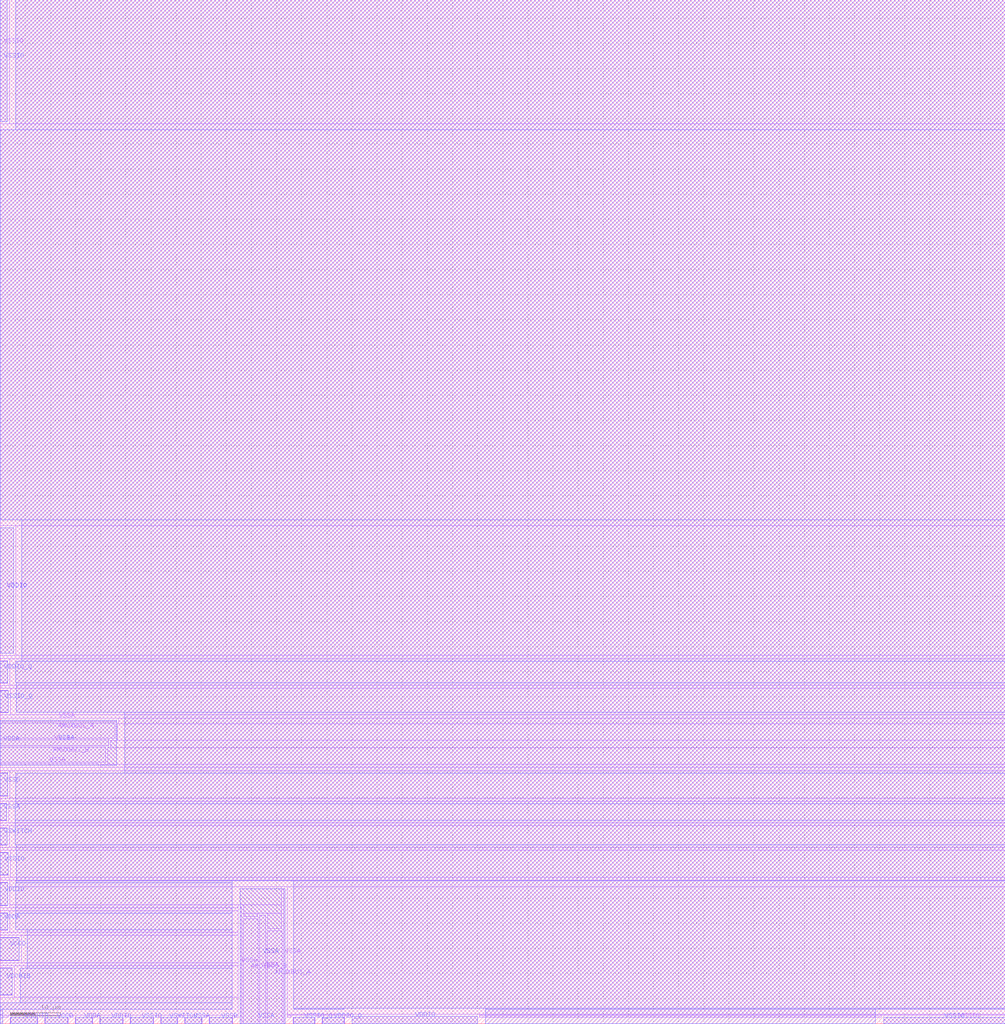
<source format=lef>
# Copyright 2020 The SkyWater PDK Authors
#
# Licensed under the Apache License, Version 2.0 (the "License");
# you may not use this file except in compliance with the License.
# You may obtain a copy of the License at
#
#     https://www.apache.org/licenses/LICENSE-2.0
#
# Unless required by applicable law or agreed to in writing, software
# distributed under the License is distributed on an "AS IS" BASIS,
# WITHOUT WARRANTIES OR CONDITIONS OF ANY KIND, either express or implied.
# See the License for the specific language governing permissions and
# limitations under the License.
#
# SPDX-License-Identifier: Apache-2.0

VERSION 5.7 ;
  NOWIREEXTENSIONATPIN ON ;
  DIVIDERCHAR "/" ;
  BUSBITCHARS "[]" ;
MACRO sky130_fd_io__corner_bus_overlay
  CLASS PAD ;
  FOREIGN sky130_fd_io__corner_bus_overlay ;
  ORIGIN  0.000000  0.000000 ;
  SIZE  200.0000 BY  203.6650 ;
  SYMMETRY X Y R90 ;
  PIN AMUXBUS_A
    DIRECTION INOUT ;
    USE SIGNAL ;
    PORT
      LAYER met4 ;
        RECT 0.000000 56.790000 22.910000 59.770000 ;
    END
    PORT
      LAYER met4 ;
        RECT 53.125000 0.000000 56.105000 18.475000 ;
    END
  END AMUXBUS_A
  PIN AMUXBUS_B
    DIRECTION INOUT ;
    USE SIGNAL ;
    PORT
      LAYER met4 ;
        RECT 0.000000 52.030000 20.935000 55.010000 ;
    END
    PORT
      LAYER met4 ;
        RECT 48.365000 0.000000 51.345000 20.875000 ;
    END
  END AMUXBUS_B
  PIN VCCD
    DIRECTION INOUT ;
    USE SIGNAL ;
    PORT
      LAYER met4 ;
        RECT 0.000000 12.550000 3.785000 17.200000 ;
    END
    PORT
      LAYER met4 ;
        RECT 8.885000 0.000000 13.535000 1.270000 ;
    END
    PORT
      LAYER met5 ;
        RECT 0.000000 12.650000 3.785000 17.100000 ;
    END
    PORT
      LAYER met5 ;
        RECT 8.985000 0.000000 13.435000 1.270000 ;
    END
  END VCCD
  PIN VCCHIB
    DIRECTION INOUT ;
    USE SIGNAL ;
    PORT
      LAYER met4 ;
        RECT 0.000000 5.700000 2.350000 11.150000 ;
    END
    PORT
      LAYER met4 ;
        RECT 2.035000 0.000000 7.485000 1.270000 ;
    END
    PORT
      LAYER met5 ;
        RECT 0.000000 5.800000 2.350000 11.050000 ;
    END
    PORT
      LAYER met5 ;
        RECT 2.135000 0.000000 7.385000 1.270000 ;
    END
  END VCCHIB
  PIN VDDA
    DIRECTION INOUT ;
    USE SIGNAL ;
    PORT
      LAYER met4 ;
        RECT 0.000000 18.600000 1.470000 22.050000 ;
    END
    PORT
      LAYER met4 ;
        RECT 14.935000 0.000000 18.385000 1.255000 ;
    END
    PORT
      LAYER met5 ;
        RECT 0.000000 18.700000 1.470000 21.950000 ;
    END
    PORT
      LAYER met5 ;
        RECT 15.035000 0.000000 18.285000 1.255000 ;
    END
  END VDDA
  PIN VDDIO
    DIRECTION INOUT ;
    USE SIGNAL ;
    PORT
      LAYER met4 ;
        RECT 0.000000 23.450000 1.525000 28.100000 ;
    END
    PORT
      LAYER met4 ;
        RECT 0.000000 73.700000 2.645000 98.665000 ;
    END
    PORT
      LAYER met4 ;
        RECT 19.785000 0.000000 24.435000 1.270000 ;
    END
    PORT
      LAYER met4 ;
        RECT 70.035000 0.000000 95.000000 1.520000 ;
    END
    PORT
      LAYER met5 ;
        RECT 0.000000 23.550000 1.525000 28.000000 ;
    END
    PORT
      LAYER met5 ;
        RECT 0.000000 73.700000 2.645000 98.650000 ;
    END
    PORT
      LAYER met5 ;
        RECT 19.885000 0.000000 24.335000 1.270000 ;
    END
    PORT
      LAYER met5 ;
        RECT 70.035000 0.000000 94.985000 1.520000 ;
    END
  END VDDIO
  PIN VDDIO_Q
    DIRECTION INOUT ;
    USE SIGNAL ;
    PORT
      LAYER met4 ;
        RECT 0.000000 67.750000 1.480000 72.200000 ;
    END
    PORT
      LAYER met4 ;
        RECT 64.085000 0.000000 68.535000 1.270000 ;
    END
    PORT
      LAYER met5 ;
        RECT 0.000000 67.850000 1.480000 72.100000 ;
    END
    PORT
      LAYER met5 ;
        RECT 64.185000 0.000000 68.435000 1.270000 ;
    END
  END VDDIO_Q
  PIN VSSA
    DIRECTION INOUT ;
    USE SIGNAL ;
    PORT
      LAYER met4 ;
        RECT 0.000000 40.400000 1.335000 43.850000 ;
    END
    PORT
      LAYER met4 ;
        RECT 0.000000 51.400000 19.575000 51.730000 ;
    END
    PORT
      LAYER met4 ;
        RECT 0.000000 55.310000 21.550000 56.490000 ;
    END
    PORT
      LAYER met4 ;
        RECT 0.000000 60.070000 23.175000 60.400000 ;
    END
    PORT
      LAYER met4 ;
        RECT 36.735000 0.000000 40.185000 1.270000 ;
    END
    PORT
      LAYER met4 ;
        RECT 47.735000 0.000000 48.065000 23.240000 ;
    END
    PORT
      LAYER met4 ;
        RECT 51.645000 0.000000 52.825000 21.555000 ;
    END
    PORT
      LAYER met4 ;
        RECT 56.405000 0.000000 56.735000 26.840000 ;
    END
    PORT
      LAYER met5 ;
        RECT 0.000000 40.500000 1.335000 43.750000 ;
    END
    PORT
      LAYER met5 ;
        RECT 0.000000 51.400000 23.155000 60.400000 ;
    END
    PORT
      LAYER met5 ;
        RECT 0.630000 55.685000 0.640000 55.695000 ;
    END
    PORT
      LAYER met5 ;
        RECT 36.840000 0.000000 40.085000 1.270000 ;
    END
    PORT
      LAYER met5 ;
        RECT 47.735000 0.000000 56.735000 26.820000 ;
    END
    PORT
      LAYER met5 ;
        RECT 51.285000 0.630000 51.295000 0.640000 ;
    END
  END VSSA
  PIN VSSD
    DIRECTION INOUT ;
    USE SIGNAL ;
    PORT
      LAYER met4 ;
        RECT 0.000000 45.250000 1.475000 49.900000 ;
    END
    PORT
      LAYER met4 ;
        RECT 41.585000 0.000000 46.235000 1.270000 ;
    END
    PORT
      LAYER met5 ;
        RECT 0.000000 45.350000 1.475000 49.800000 ;
    END
    PORT
      LAYER met5 ;
        RECT 41.685000 0.000000 46.135000 1.270000 ;
    END
  END VSSD
  PIN VSSIO
    DIRECTION INOUT ;
    USE SIGNAL ;
    PORT
      LAYER met4 ;
        RECT 0.000000 179.450000 1.435000 203.665000 ;
    END
    PORT
      LAYER met4 ;
        RECT 0.000000 29.500000 1.600000 34.150000 ;
    END
    PORT
      LAYER met4 ;
        RECT 0.630000 194.530000 0.640000 194.540000 ;
    END
    PORT
      LAYER met4 ;
        RECT 175.785000 0.000000 200.000000 1.270000 ;
    END
    PORT
      LAYER met4 ;
        RECT 190.865000 0.630000 190.875000 0.640000 ;
    END
    PORT
      LAYER met4 ;
        RECT 25.835000 0.000000 30.485000 1.270000 ;
    END
    PORT
      LAYER met5 ;
        RECT 0.000000 179.450000 1.435000 203.665000 ;
    END
    PORT
      LAYER met5 ;
        RECT 0.000000 29.600000 1.600000 34.050000 ;
    END
    PORT
      LAYER met5 ;
        RECT 175.785000 0.000000 200.000000 1.270000 ;
    END
    PORT
      LAYER met5 ;
        RECT 25.935000 0.000000 30.385000 1.270000 ;
    END
  END VSSIO
  PIN VSSIO_Q
    DIRECTION INOUT ;
    USE SIGNAL ;
    PORT
      LAYER met4 ;
        RECT 0.000000 61.900000 1.625000 66.350000 ;
    END
    PORT
      LAYER met4 ;
        RECT 58.235000 0.000000 62.685000 1.270000 ;
    END
    PORT
      LAYER met5 ;
        RECT 0.000000 62.000000 1.625000 66.250000 ;
    END
    PORT
      LAYER met5 ;
        RECT 58.335000 0.000000 62.585000 1.270000 ;
    END
  END VSSIO_Q
  PIN VSWITCH
    DIRECTION INOUT ;
    USE SIGNAL ;
    PORT
      LAYER met4 ;
        RECT 0.000000 35.550000 1.385000 39.000000 ;
    END
    PORT
      LAYER met4 ;
        RECT 31.885000 0.000000 35.335000 1.270000 ;
    END
    PORT
      LAYER met5 ;
        RECT 0.000000 35.650000 1.385000 38.900000 ;
    END
    PORT
      LAYER met5 ;
        RECT 31.985000 0.000000 35.235000 1.270000 ;
    END
  END VSWITCH
  OBS
    LAYER met4 ;
      RECT  0.000000   1.255000   1.635000   1.670000 ;
      RECT  0.000000   1.670000  47.335000   5.300000 ;
      RECT  0.000000  11.550000  47.335000  12.150000 ;
      RECT  0.000000  17.600000  47.335000  18.200000 ;
      RECT  0.000000  22.450000  47.335000  23.050000 ;
      RECT  0.000000  28.500000 200.000000  29.100000 ;
      RECT  0.000000  34.550000 200.000000  35.150000 ;
      RECT  0.000000  39.400000 200.000000  40.000000 ;
      RECT  0.000000  44.250000 200.000000  44.850000 ;
      RECT  0.000000  50.300000 200.000000  51.000000 ;
      RECT  0.000000  60.800000 200.000000  61.500000 ;
      RECT  0.000000  66.750000 200.000000  67.350000 ;
      RECT  0.000000  72.600000 200.000000  73.300000 ;
      RECT  0.000000  99.065000 200.000000 179.050000 ;
      RECT  1.735000  40.000000 200.000000  44.250000 ;
      RECT  1.785000  35.150000 200.000000  39.400000 ;
      RECT  1.835000 179.050000 200.000000 203.665000 ;
      RECT  1.870000  18.200000  47.335000  22.450000 ;
      RECT  1.875000  44.850000 200.000000  50.300000 ;
      RECT  1.880000  67.350000 200.000000  72.600000 ;
      RECT  1.925000  23.050000  47.335000  23.640000 ;
      RECT  1.925000  23.640000  56.005000  27.240000 ;
      RECT  1.925000  27.240000 200.000000  28.500000 ;
      RECT  2.000000  29.100000 200.000000  34.550000 ;
      RECT  2.025000  61.500000 200.000000  66.750000 ;
      RECT  2.750000   5.300000  47.335000  11.550000 ;
      RECT  3.045000  73.300000 200.000000  99.065000 ;
      RECT  4.185000  12.150000  47.335000  17.600000 ;
      RECT  7.885000   1.255000   8.485000   1.670000 ;
      RECT 13.935000   1.255000  14.535000   1.655000 ;
      RECT 13.935000   1.655000  19.385000   1.670000 ;
      RECT 18.785000   1.255000  19.385000   1.655000 ;
      RECT 19.975000  51.000000 200.000000  51.630000 ;
      RECT 21.335000  51.630000 200.000000  54.910000 ;
      RECT 21.950000  54.910000 200.000000  56.390000 ;
      RECT 23.310000  56.390000 200.000000  59.670000 ;
      RECT 23.575000  59.670000 200.000000  60.800000 ;
      RECT 24.835000   1.255000  25.435000   1.670000 ;
      RECT 30.885000   1.255000  31.485000   1.670000 ;
      RECT 35.735000   1.255000  36.335000   1.670000 ;
      RECT 40.585000   1.255000  41.185000   1.670000 ;
      RECT 46.635000   1.255000  47.335000   1.670000 ;
      RECT 48.465000  21.275000  51.245000  21.955000 ;
      RECT 48.465000  21.955000  56.005000  23.640000 ;
      RECT 53.225000  18.875000  56.005000  21.955000 ;
      RECT 57.135000   1.255000  57.835000   1.670000 ;
      RECT 57.135000   1.670000  69.635000   1.920000 ;
      RECT 57.135000   1.920000 200.000000  27.240000 ;
      RECT 63.085000   1.255000  63.685000   1.670000 ;
      RECT 68.935000   1.255000  69.635000   1.670000 ;
      RECT 95.400000   1.255000 175.385000   1.670000 ;
      RECT 95.400000   1.670000 200.000000   1.920000 ;
    LAYER met5 ;
      RECT  0.000000   0.000000   0.535000   2.870000 ;
      RECT  0.000000   2.870000  46.135000   4.200000 ;
      RECT  0.000000 100.250000 200.000000 177.850000 ;
      RECT  2.935000  40.500000 200.000000  43.750000 ;
      RECT  2.985000  35.650000 200.000000  40.500000 ;
      RECT  3.035000 177.850000 200.000000 203.665000 ;
      RECT  3.070000  18.700000  46.135000  21.950000 ;
      RECT  3.075000  43.750000 200.000000  49.800000 ;
      RECT  3.080000  67.850000 200.000000  72.100000 ;
      RECT  3.125000  21.950000  46.135000  28.000000 ;
      RECT  3.200000  28.000000  46.135000  28.420000 ;
      RECT  3.200000  28.420000 200.000000  35.650000 ;
      RECT  3.225000  62.000000 200.000000  67.850000 ;
      RECT  3.950000   4.200000  46.135000  11.050000 ;
      RECT  4.245000  72.100000 200.000000 100.250000 ;
      RECT  5.385000  11.050000  46.135000  18.700000 ;
      RECT 15.035000   2.855000  18.285000   2.870000 ;
      RECT 24.755000  49.800000 200.000000  62.000000 ;
      RECT 58.335000   2.870000  68.435000   3.120000 ;
      RECT 58.335000   3.120000 200.000000  28.420000 ;
      RECT 96.585000   0.000000 174.185000   2.870000 ;
      RECT 96.585000   2.870000 200.000000   3.120000 ;
  END
END sky130_fd_io__corner_bus_overlay
END LIBRARY

</source>
